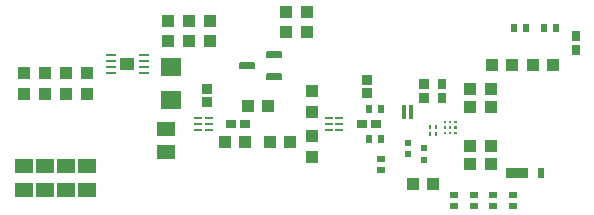
<source format=gbr>
G04 EAGLE Gerber RS-274X export*
G75*
%MOMM*%
%FSLAX34Y34*%
%LPD*%
%INSolderpaste Top*%
%IPPOS*%
%AMOC8*
5,1,8,0,0,1.08239X$1,22.5*%
G01*
%ADD10R,1.600000X1.300000*%
%ADD11R,1.080000X1.050000*%
%ADD12R,1.050000X1.080000*%
%ADD13R,0.740000X0.925000*%
%ADD14R,0.925000X0.740000*%
%ADD15R,0.381000X1.143000*%
%ADD16R,0.600000X0.500000*%
%ADD17R,1.100000X1.000000*%
%ADD18C,0.081278*%
%ADD19R,1.500000X1.300000*%
%ADD20R,0.600000X0.700000*%
%ADD21R,1.000000X1.100000*%
%ADD22R,0.700000X0.600000*%
%ADD23R,0.838200X0.254000*%
%ADD24R,1.295400X1.092200*%
%ADD25C,0.182878*%
%ADD26R,0.723900X0.215900*%
%ADD27R,0.901700X0.850900*%
%ADD28R,0.280000X0.430000*%
%ADD29R,1.803000X1.600000*%
%ADD30R,0.508000X0.889000*%
%ADD31R,1.905000X0.889000*%


D10*
X36830Y105570D03*
X36830Y125570D03*
D11*
X176530Y231280D03*
X176530Y248780D03*
X194310Y231280D03*
X194310Y248780D03*
X259080Y238900D03*
X259080Y256400D03*
X276860Y238900D03*
X276860Y256400D03*
X280670Y171590D03*
X280670Y189090D03*
X280670Y150990D03*
X280670Y133490D03*
D10*
X54610Y105570D03*
X54610Y125570D03*
D12*
X432676Y190500D03*
X415176Y190500D03*
X432676Y175260D03*
X415176Y175260D03*
X432676Y142240D03*
X415176Y142240D03*
X432676Y127000D03*
X415176Y127000D03*
D13*
X504190Y223870D03*
X504190Y235870D03*
D14*
X224440Y161290D03*
X212440Y161290D03*
X334930Y161290D03*
X322930Y161290D03*
D13*
X391160Y183230D03*
X391160Y195230D03*
D15*
X364800Y171450D03*
X359100Y171450D03*
D10*
X72390Y105570D03*
X72390Y125570D03*
D16*
X361950Y144934D03*
X361950Y135483D03*
X375920Y140616D03*
X375920Y131165D03*
D10*
X90170Y105570D03*
X90170Y125570D03*
D11*
X36830Y204330D03*
X36830Y186830D03*
X54610Y204330D03*
X54610Y186830D03*
X72390Y204330D03*
X72390Y186830D03*
X90170Y204330D03*
X90170Y186830D03*
X158750Y231280D03*
X158750Y248780D03*
D17*
X433460Y210820D03*
X450460Y210820D03*
D18*
X393620Y154860D02*
X393620Y153640D01*
X392400Y153640D01*
X392400Y154860D01*
X393620Y154860D01*
X393620Y154412D02*
X392400Y154412D01*
X402620Y154860D02*
X402620Y153640D01*
X401400Y153640D01*
X401400Y154860D01*
X402620Y154860D01*
X402620Y154412D02*
X401400Y154412D01*
X393620Y158140D02*
X393620Y159360D01*
X393620Y158140D02*
X392400Y158140D01*
X392400Y159360D01*
X393620Y159360D01*
X393620Y158912D02*
X392400Y158912D01*
X398120Y154860D02*
X398120Y153640D01*
X396900Y153640D01*
X396900Y154860D01*
X398120Y154860D01*
X398120Y154412D02*
X396900Y154412D01*
X398120Y158140D02*
X398120Y159360D01*
X398120Y158140D02*
X396900Y158140D01*
X396900Y159360D01*
X398120Y159360D01*
X398120Y158912D02*
X396900Y158912D01*
X402620Y159360D02*
X402620Y158140D01*
X401400Y158140D01*
X401400Y159360D01*
X402620Y159360D01*
X402620Y158912D02*
X401400Y158912D01*
X402620Y162640D02*
X402620Y163860D01*
X402620Y162640D02*
X401400Y162640D01*
X401400Y163860D01*
X402620Y163860D01*
X402620Y163412D02*
X401400Y163412D01*
X398120Y163860D02*
X398120Y162640D01*
X396900Y162640D01*
X396900Y163860D01*
X398120Y163860D01*
X398120Y163412D02*
X396900Y163412D01*
X393620Y163860D02*
X393620Y162640D01*
X392400Y162640D01*
X392400Y163860D01*
X393620Y163860D01*
X393620Y163412D02*
X392400Y163412D01*
D19*
X156972Y137820D03*
X156972Y156820D03*
D20*
X487600Y242570D03*
X477600Y242570D03*
D21*
X467750Y210820D03*
X484750Y210820D03*
D20*
X329010Y173990D03*
X339010Y173990D03*
X329010Y148590D03*
X339010Y148590D03*
D22*
X339090Y122000D03*
X339090Y132000D03*
D21*
X207400Y146050D03*
X224400Y146050D03*
X245500Y146050D03*
X262500Y146050D03*
X226450Y176530D03*
X243450Y176530D03*
D22*
X401320Y101520D03*
X401320Y91520D03*
X417830Y101520D03*
X417830Y91520D03*
X434340Y101520D03*
X434340Y91520D03*
X450850Y101520D03*
X450850Y91520D03*
D23*
X138430Y204590D03*
X138430Y209590D03*
X138430Y214590D03*
X138430Y219590D03*
X110490Y219590D03*
X110490Y214590D03*
X110490Y209590D03*
X110490Y204590D03*
D24*
X124460Y212090D03*
D25*
X243196Y203454D02*
X255084Y203454D01*
X255084Y199186D01*
X243196Y199186D01*
X243196Y203454D01*
X243196Y200924D02*
X255084Y200924D01*
X255084Y202662D02*
X243196Y202662D01*
X243196Y222454D02*
X255084Y222454D01*
X255084Y218186D01*
X243196Y218186D01*
X243196Y222454D01*
X243196Y219924D02*
X255084Y219924D01*
X255084Y221662D02*
X243196Y221662D01*
X231784Y212954D02*
X219896Y212954D01*
X231784Y212954D02*
X231784Y208686D01*
X219896Y208686D01*
X219896Y212954D01*
X219896Y210424D02*
X231784Y210424D01*
X231784Y212162D02*
X219896Y212162D01*
D26*
X184785Y166290D03*
X184785Y161290D03*
X184785Y156290D03*
X193675Y156290D03*
X193675Y161290D03*
X193675Y166290D03*
X295275Y166290D03*
X295275Y161290D03*
X295275Y156290D03*
X304165Y156290D03*
X304165Y161290D03*
X304165Y166290D03*
D27*
X192278Y191220D03*
X192278Y179620D03*
X327660Y198840D03*
X327660Y187240D03*
X375920Y195030D03*
X375920Y183430D03*
D28*
X381244Y158750D03*
X386344Y158750D03*
X381244Y152400D03*
X386344Y152400D03*
D20*
X452200Y242570D03*
X462200Y242570D03*
D29*
X161290Y181360D03*
X161290Y209800D03*
D21*
X366150Y110490D03*
X383150Y110490D03*
D30*
X474472Y119380D03*
D31*
X454787Y119380D03*
M02*

</source>
